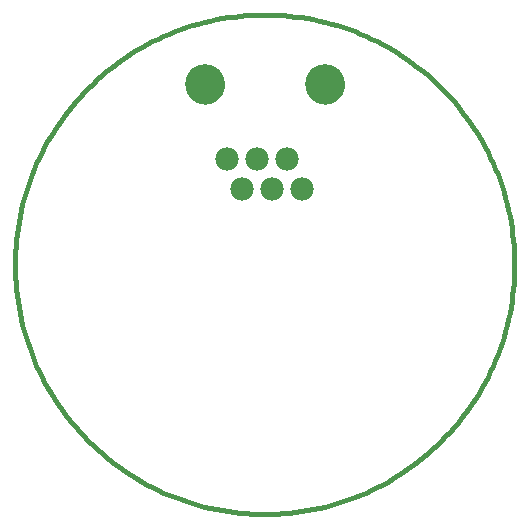
<source format=gbs>
G75*
%MOIN*%
%OFA0B0*%
%FSLAX25Y25*%
%IPPOS*%
%LPD*%
%AMOC8*
5,1,8,0,0,1.08239X$1,22.5*
%
%ADD10C,0.01600*%
%ADD11C,0.07800*%
%ADD12C,0.00000*%
%ADD13C,0.13200*%
D10*
X0001800Y0085017D02*
X0001825Y0087059D01*
X0001900Y0089100D01*
X0002025Y0091139D01*
X0002201Y0093174D01*
X0002426Y0095204D01*
X0002701Y0097227D01*
X0003025Y0099244D01*
X0003399Y0101252D01*
X0003822Y0103250D01*
X0004294Y0105237D01*
X0004814Y0107212D01*
X0005383Y0109174D01*
X0006000Y0111121D01*
X0006665Y0113052D01*
X0007376Y0114966D01*
X0008135Y0116863D01*
X0008939Y0118740D01*
X0009790Y0120597D01*
X0010686Y0122432D01*
X0011626Y0124245D01*
X0012611Y0126035D01*
X0013639Y0127799D01*
X0014711Y0129538D01*
X0015825Y0131250D01*
X0016980Y0132934D01*
X0018176Y0134589D01*
X0019413Y0136215D01*
X0020689Y0137809D01*
X0022004Y0139372D01*
X0023357Y0140902D01*
X0024747Y0142398D01*
X0026174Y0143860D01*
X0027636Y0145287D01*
X0029132Y0146677D01*
X0030662Y0148030D01*
X0032225Y0149345D01*
X0033819Y0150621D01*
X0035445Y0151858D01*
X0037100Y0153054D01*
X0038784Y0154209D01*
X0040496Y0155323D01*
X0042235Y0156395D01*
X0043999Y0157423D01*
X0045789Y0158408D01*
X0047602Y0159348D01*
X0049437Y0160244D01*
X0051294Y0161095D01*
X0053171Y0161899D01*
X0055068Y0162658D01*
X0056982Y0163369D01*
X0058913Y0164034D01*
X0060860Y0164651D01*
X0062822Y0165220D01*
X0064797Y0165740D01*
X0066784Y0166212D01*
X0068782Y0166635D01*
X0070790Y0167009D01*
X0072807Y0167333D01*
X0074830Y0167608D01*
X0076860Y0167833D01*
X0078895Y0168009D01*
X0080934Y0168134D01*
X0082975Y0168209D01*
X0085017Y0168234D01*
X0087059Y0168209D01*
X0089100Y0168134D01*
X0091139Y0168009D01*
X0093174Y0167833D01*
X0095204Y0167608D01*
X0097227Y0167333D01*
X0099244Y0167009D01*
X0101252Y0166635D01*
X0103250Y0166212D01*
X0105237Y0165740D01*
X0107212Y0165220D01*
X0109174Y0164651D01*
X0111121Y0164034D01*
X0113052Y0163369D01*
X0114966Y0162658D01*
X0116863Y0161899D01*
X0118740Y0161095D01*
X0120597Y0160244D01*
X0122432Y0159348D01*
X0124245Y0158408D01*
X0126035Y0157423D01*
X0127799Y0156395D01*
X0129538Y0155323D01*
X0131250Y0154209D01*
X0132934Y0153054D01*
X0134589Y0151858D01*
X0136215Y0150621D01*
X0137809Y0149345D01*
X0139372Y0148030D01*
X0140902Y0146677D01*
X0142398Y0145287D01*
X0143860Y0143860D01*
X0145287Y0142398D01*
X0146677Y0140902D01*
X0148030Y0139372D01*
X0149345Y0137809D01*
X0150621Y0136215D01*
X0151858Y0134589D01*
X0153054Y0132934D01*
X0154209Y0131250D01*
X0155323Y0129538D01*
X0156395Y0127799D01*
X0157423Y0126035D01*
X0158408Y0124245D01*
X0159348Y0122432D01*
X0160244Y0120597D01*
X0161095Y0118740D01*
X0161899Y0116863D01*
X0162658Y0114966D01*
X0163369Y0113052D01*
X0164034Y0111121D01*
X0164651Y0109174D01*
X0165220Y0107212D01*
X0165740Y0105237D01*
X0166212Y0103250D01*
X0166635Y0101252D01*
X0167009Y0099244D01*
X0167333Y0097227D01*
X0167608Y0095204D01*
X0167833Y0093174D01*
X0168009Y0091139D01*
X0168134Y0089100D01*
X0168209Y0087059D01*
X0168234Y0085017D01*
X0168209Y0082975D01*
X0168134Y0080934D01*
X0168009Y0078895D01*
X0167833Y0076860D01*
X0167608Y0074830D01*
X0167333Y0072807D01*
X0167009Y0070790D01*
X0166635Y0068782D01*
X0166212Y0066784D01*
X0165740Y0064797D01*
X0165220Y0062822D01*
X0164651Y0060860D01*
X0164034Y0058913D01*
X0163369Y0056982D01*
X0162658Y0055068D01*
X0161899Y0053171D01*
X0161095Y0051294D01*
X0160244Y0049437D01*
X0159348Y0047602D01*
X0158408Y0045789D01*
X0157423Y0043999D01*
X0156395Y0042235D01*
X0155323Y0040496D01*
X0154209Y0038784D01*
X0153054Y0037100D01*
X0151858Y0035445D01*
X0150621Y0033819D01*
X0149345Y0032225D01*
X0148030Y0030662D01*
X0146677Y0029132D01*
X0145287Y0027636D01*
X0143860Y0026174D01*
X0142398Y0024747D01*
X0140902Y0023357D01*
X0139372Y0022004D01*
X0137809Y0020689D01*
X0136215Y0019413D01*
X0134589Y0018176D01*
X0132934Y0016980D01*
X0131250Y0015825D01*
X0129538Y0014711D01*
X0127799Y0013639D01*
X0126035Y0012611D01*
X0124245Y0011626D01*
X0122432Y0010686D01*
X0120597Y0009790D01*
X0118740Y0008939D01*
X0116863Y0008135D01*
X0114966Y0007376D01*
X0113052Y0006665D01*
X0111121Y0006000D01*
X0109174Y0005383D01*
X0107212Y0004814D01*
X0105237Y0004294D01*
X0103250Y0003822D01*
X0101252Y0003399D01*
X0099244Y0003025D01*
X0097227Y0002701D01*
X0095204Y0002426D01*
X0093174Y0002201D01*
X0091139Y0002025D01*
X0089100Y0001900D01*
X0087059Y0001825D01*
X0085017Y0001800D01*
X0082975Y0001825D01*
X0080934Y0001900D01*
X0078895Y0002025D01*
X0076860Y0002201D01*
X0074830Y0002426D01*
X0072807Y0002701D01*
X0070790Y0003025D01*
X0068782Y0003399D01*
X0066784Y0003822D01*
X0064797Y0004294D01*
X0062822Y0004814D01*
X0060860Y0005383D01*
X0058913Y0006000D01*
X0056982Y0006665D01*
X0055068Y0007376D01*
X0053171Y0008135D01*
X0051294Y0008939D01*
X0049437Y0009790D01*
X0047602Y0010686D01*
X0045789Y0011626D01*
X0043999Y0012611D01*
X0042235Y0013639D01*
X0040496Y0014711D01*
X0038784Y0015825D01*
X0037100Y0016980D01*
X0035445Y0018176D01*
X0033819Y0019413D01*
X0032225Y0020689D01*
X0030662Y0022004D01*
X0029132Y0023357D01*
X0027636Y0024747D01*
X0026174Y0026174D01*
X0024747Y0027636D01*
X0023357Y0029132D01*
X0022004Y0030662D01*
X0020689Y0032225D01*
X0019413Y0033819D01*
X0018176Y0035445D01*
X0016980Y0037100D01*
X0015825Y0038784D01*
X0014711Y0040496D01*
X0013639Y0042235D01*
X0012611Y0043999D01*
X0011626Y0045789D01*
X0010686Y0047602D01*
X0009790Y0049437D01*
X0008939Y0051294D01*
X0008135Y0053171D01*
X0007376Y0055068D01*
X0006665Y0056982D01*
X0006000Y0058913D01*
X0005383Y0060860D01*
X0004814Y0062822D01*
X0004294Y0064797D01*
X0003822Y0066784D01*
X0003399Y0068782D01*
X0003025Y0070790D01*
X0002701Y0072807D01*
X0002426Y0074830D01*
X0002201Y0076860D01*
X0002025Y0078895D01*
X0001900Y0080934D01*
X0001825Y0082975D01*
X0001800Y0085017D01*
D11*
X0072517Y0120017D03*
X0082517Y0120017D03*
X0092517Y0120017D03*
X0097517Y0110017D03*
X0087517Y0110017D03*
X0077517Y0110017D03*
D12*
X0058617Y0145017D02*
X0058619Y0145177D01*
X0058625Y0145336D01*
X0058635Y0145495D01*
X0058649Y0145654D01*
X0058667Y0145813D01*
X0058688Y0145971D01*
X0058714Y0146128D01*
X0058744Y0146285D01*
X0058777Y0146441D01*
X0058815Y0146596D01*
X0058856Y0146750D01*
X0058901Y0146903D01*
X0058950Y0147055D01*
X0059003Y0147206D01*
X0059059Y0147355D01*
X0059120Y0147503D01*
X0059183Y0147649D01*
X0059251Y0147794D01*
X0059322Y0147937D01*
X0059396Y0148078D01*
X0059474Y0148217D01*
X0059556Y0148354D01*
X0059641Y0148489D01*
X0059729Y0148622D01*
X0059821Y0148753D01*
X0059915Y0148881D01*
X0060013Y0149007D01*
X0060114Y0149131D01*
X0060218Y0149252D01*
X0060325Y0149370D01*
X0060435Y0149486D01*
X0060548Y0149599D01*
X0060664Y0149709D01*
X0060782Y0149816D01*
X0060903Y0149920D01*
X0061027Y0150021D01*
X0061153Y0150119D01*
X0061281Y0150213D01*
X0061412Y0150305D01*
X0061545Y0150393D01*
X0061680Y0150478D01*
X0061817Y0150560D01*
X0061956Y0150638D01*
X0062097Y0150712D01*
X0062240Y0150783D01*
X0062385Y0150851D01*
X0062531Y0150914D01*
X0062679Y0150975D01*
X0062828Y0151031D01*
X0062979Y0151084D01*
X0063131Y0151133D01*
X0063284Y0151178D01*
X0063438Y0151219D01*
X0063593Y0151257D01*
X0063749Y0151290D01*
X0063906Y0151320D01*
X0064063Y0151346D01*
X0064221Y0151367D01*
X0064380Y0151385D01*
X0064539Y0151399D01*
X0064698Y0151409D01*
X0064857Y0151415D01*
X0065017Y0151417D01*
X0065177Y0151415D01*
X0065336Y0151409D01*
X0065495Y0151399D01*
X0065654Y0151385D01*
X0065813Y0151367D01*
X0065971Y0151346D01*
X0066128Y0151320D01*
X0066285Y0151290D01*
X0066441Y0151257D01*
X0066596Y0151219D01*
X0066750Y0151178D01*
X0066903Y0151133D01*
X0067055Y0151084D01*
X0067206Y0151031D01*
X0067355Y0150975D01*
X0067503Y0150914D01*
X0067649Y0150851D01*
X0067794Y0150783D01*
X0067937Y0150712D01*
X0068078Y0150638D01*
X0068217Y0150560D01*
X0068354Y0150478D01*
X0068489Y0150393D01*
X0068622Y0150305D01*
X0068753Y0150213D01*
X0068881Y0150119D01*
X0069007Y0150021D01*
X0069131Y0149920D01*
X0069252Y0149816D01*
X0069370Y0149709D01*
X0069486Y0149599D01*
X0069599Y0149486D01*
X0069709Y0149370D01*
X0069816Y0149252D01*
X0069920Y0149131D01*
X0070021Y0149007D01*
X0070119Y0148881D01*
X0070213Y0148753D01*
X0070305Y0148622D01*
X0070393Y0148489D01*
X0070478Y0148354D01*
X0070560Y0148217D01*
X0070638Y0148078D01*
X0070712Y0147937D01*
X0070783Y0147794D01*
X0070851Y0147649D01*
X0070914Y0147503D01*
X0070975Y0147355D01*
X0071031Y0147206D01*
X0071084Y0147055D01*
X0071133Y0146903D01*
X0071178Y0146750D01*
X0071219Y0146596D01*
X0071257Y0146441D01*
X0071290Y0146285D01*
X0071320Y0146128D01*
X0071346Y0145971D01*
X0071367Y0145813D01*
X0071385Y0145654D01*
X0071399Y0145495D01*
X0071409Y0145336D01*
X0071415Y0145177D01*
X0071417Y0145017D01*
X0071415Y0144857D01*
X0071409Y0144698D01*
X0071399Y0144539D01*
X0071385Y0144380D01*
X0071367Y0144221D01*
X0071346Y0144063D01*
X0071320Y0143906D01*
X0071290Y0143749D01*
X0071257Y0143593D01*
X0071219Y0143438D01*
X0071178Y0143284D01*
X0071133Y0143131D01*
X0071084Y0142979D01*
X0071031Y0142828D01*
X0070975Y0142679D01*
X0070914Y0142531D01*
X0070851Y0142385D01*
X0070783Y0142240D01*
X0070712Y0142097D01*
X0070638Y0141956D01*
X0070560Y0141817D01*
X0070478Y0141680D01*
X0070393Y0141545D01*
X0070305Y0141412D01*
X0070213Y0141281D01*
X0070119Y0141153D01*
X0070021Y0141027D01*
X0069920Y0140903D01*
X0069816Y0140782D01*
X0069709Y0140664D01*
X0069599Y0140548D01*
X0069486Y0140435D01*
X0069370Y0140325D01*
X0069252Y0140218D01*
X0069131Y0140114D01*
X0069007Y0140013D01*
X0068881Y0139915D01*
X0068753Y0139821D01*
X0068622Y0139729D01*
X0068489Y0139641D01*
X0068354Y0139556D01*
X0068217Y0139474D01*
X0068078Y0139396D01*
X0067937Y0139322D01*
X0067794Y0139251D01*
X0067649Y0139183D01*
X0067503Y0139120D01*
X0067355Y0139059D01*
X0067206Y0139003D01*
X0067055Y0138950D01*
X0066903Y0138901D01*
X0066750Y0138856D01*
X0066596Y0138815D01*
X0066441Y0138777D01*
X0066285Y0138744D01*
X0066128Y0138714D01*
X0065971Y0138688D01*
X0065813Y0138667D01*
X0065654Y0138649D01*
X0065495Y0138635D01*
X0065336Y0138625D01*
X0065177Y0138619D01*
X0065017Y0138617D01*
X0064857Y0138619D01*
X0064698Y0138625D01*
X0064539Y0138635D01*
X0064380Y0138649D01*
X0064221Y0138667D01*
X0064063Y0138688D01*
X0063906Y0138714D01*
X0063749Y0138744D01*
X0063593Y0138777D01*
X0063438Y0138815D01*
X0063284Y0138856D01*
X0063131Y0138901D01*
X0062979Y0138950D01*
X0062828Y0139003D01*
X0062679Y0139059D01*
X0062531Y0139120D01*
X0062385Y0139183D01*
X0062240Y0139251D01*
X0062097Y0139322D01*
X0061956Y0139396D01*
X0061817Y0139474D01*
X0061680Y0139556D01*
X0061545Y0139641D01*
X0061412Y0139729D01*
X0061281Y0139821D01*
X0061153Y0139915D01*
X0061027Y0140013D01*
X0060903Y0140114D01*
X0060782Y0140218D01*
X0060664Y0140325D01*
X0060548Y0140435D01*
X0060435Y0140548D01*
X0060325Y0140664D01*
X0060218Y0140782D01*
X0060114Y0140903D01*
X0060013Y0141027D01*
X0059915Y0141153D01*
X0059821Y0141281D01*
X0059729Y0141412D01*
X0059641Y0141545D01*
X0059556Y0141680D01*
X0059474Y0141817D01*
X0059396Y0141956D01*
X0059322Y0142097D01*
X0059251Y0142240D01*
X0059183Y0142385D01*
X0059120Y0142531D01*
X0059059Y0142679D01*
X0059003Y0142828D01*
X0058950Y0142979D01*
X0058901Y0143131D01*
X0058856Y0143284D01*
X0058815Y0143438D01*
X0058777Y0143593D01*
X0058744Y0143749D01*
X0058714Y0143906D01*
X0058688Y0144063D01*
X0058667Y0144221D01*
X0058649Y0144380D01*
X0058635Y0144539D01*
X0058625Y0144698D01*
X0058619Y0144857D01*
X0058617Y0145017D01*
X0098617Y0145017D02*
X0098619Y0145177D01*
X0098625Y0145336D01*
X0098635Y0145495D01*
X0098649Y0145654D01*
X0098667Y0145813D01*
X0098688Y0145971D01*
X0098714Y0146128D01*
X0098744Y0146285D01*
X0098777Y0146441D01*
X0098815Y0146596D01*
X0098856Y0146750D01*
X0098901Y0146903D01*
X0098950Y0147055D01*
X0099003Y0147206D01*
X0099059Y0147355D01*
X0099120Y0147503D01*
X0099183Y0147649D01*
X0099251Y0147794D01*
X0099322Y0147937D01*
X0099396Y0148078D01*
X0099474Y0148217D01*
X0099556Y0148354D01*
X0099641Y0148489D01*
X0099729Y0148622D01*
X0099821Y0148753D01*
X0099915Y0148881D01*
X0100013Y0149007D01*
X0100114Y0149131D01*
X0100218Y0149252D01*
X0100325Y0149370D01*
X0100435Y0149486D01*
X0100548Y0149599D01*
X0100664Y0149709D01*
X0100782Y0149816D01*
X0100903Y0149920D01*
X0101027Y0150021D01*
X0101153Y0150119D01*
X0101281Y0150213D01*
X0101412Y0150305D01*
X0101545Y0150393D01*
X0101680Y0150478D01*
X0101817Y0150560D01*
X0101956Y0150638D01*
X0102097Y0150712D01*
X0102240Y0150783D01*
X0102385Y0150851D01*
X0102531Y0150914D01*
X0102679Y0150975D01*
X0102828Y0151031D01*
X0102979Y0151084D01*
X0103131Y0151133D01*
X0103284Y0151178D01*
X0103438Y0151219D01*
X0103593Y0151257D01*
X0103749Y0151290D01*
X0103906Y0151320D01*
X0104063Y0151346D01*
X0104221Y0151367D01*
X0104380Y0151385D01*
X0104539Y0151399D01*
X0104698Y0151409D01*
X0104857Y0151415D01*
X0105017Y0151417D01*
X0105177Y0151415D01*
X0105336Y0151409D01*
X0105495Y0151399D01*
X0105654Y0151385D01*
X0105813Y0151367D01*
X0105971Y0151346D01*
X0106128Y0151320D01*
X0106285Y0151290D01*
X0106441Y0151257D01*
X0106596Y0151219D01*
X0106750Y0151178D01*
X0106903Y0151133D01*
X0107055Y0151084D01*
X0107206Y0151031D01*
X0107355Y0150975D01*
X0107503Y0150914D01*
X0107649Y0150851D01*
X0107794Y0150783D01*
X0107937Y0150712D01*
X0108078Y0150638D01*
X0108217Y0150560D01*
X0108354Y0150478D01*
X0108489Y0150393D01*
X0108622Y0150305D01*
X0108753Y0150213D01*
X0108881Y0150119D01*
X0109007Y0150021D01*
X0109131Y0149920D01*
X0109252Y0149816D01*
X0109370Y0149709D01*
X0109486Y0149599D01*
X0109599Y0149486D01*
X0109709Y0149370D01*
X0109816Y0149252D01*
X0109920Y0149131D01*
X0110021Y0149007D01*
X0110119Y0148881D01*
X0110213Y0148753D01*
X0110305Y0148622D01*
X0110393Y0148489D01*
X0110478Y0148354D01*
X0110560Y0148217D01*
X0110638Y0148078D01*
X0110712Y0147937D01*
X0110783Y0147794D01*
X0110851Y0147649D01*
X0110914Y0147503D01*
X0110975Y0147355D01*
X0111031Y0147206D01*
X0111084Y0147055D01*
X0111133Y0146903D01*
X0111178Y0146750D01*
X0111219Y0146596D01*
X0111257Y0146441D01*
X0111290Y0146285D01*
X0111320Y0146128D01*
X0111346Y0145971D01*
X0111367Y0145813D01*
X0111385Y0145654D01*
X0111399Y0145495D01*
X0111409Y0145336D01*
X0111415Y0145177D01*
X0111417Y0145017D01*
X0111415Y0144857D01*
X0111409Y0144698D01*
X0111399Y0144539D01*
X0111385Y0144380D01*
X0111367Y0144221D01*
X0111346Y0144063D01*
X0111320Y0143906D01*
X0111290Y0143749D01*
X0111257Y0143593D01*
X0111219Y0143438D01*
X0111178Y0143284D01*
X0111133Y0143131D01*
X0111084Y0142979D01*
X0111031Y0142828D01*
X0110975Y0142679D01*
X0110914Y0142531D01*
X0110851Y0142385D01*
X0110783Y0142240D01*
X0110712Y0142097D01*
X0110638Y0141956D01*
X0110560Y0141817D01*
X0110478Y0141680D01*
X0110393Y0141545D01*
X0110305Y0141412D01*
X0110213Y0141281D01*
X0110119Y0141153D01*
X0110021Y0141027D01*
X0109920Y0140903D01*
X0109816Y0140782D01*
X0109709Y0140664D01*
X0109599Y0140548D01*
X0109486Y0140435D01*
X0109370Y0140325D01*
X0109252Y0140218D01*
X0109131Y0140114D01*
X0109007Y0140013D01*
X0108881Y0139915D01*
X0108753Y0139821D01*
X0108622Y0139729D01*
X0108489Y0139641D01*
X0108354Y0139556D01*
X0108217Y0139474D01*
X0108078Y0139396D01*
X0107937Y0139322D01*
X0107794Y0139251D01*
X0107649Y0139183D01*
X0107503Y0139120D01*
X0107355Y0139059D01*
X0107206Y0139003D01*
X0107055Y0138950D01*
X0106903Y0138901D01*
X0106750Y0138856D01*
X0106596Y0138815D01*
X0106441Y0138777D01*
X0106285Y0138744D01*
X0106128Y0138714D01*
X0105971Y0138688D01*
X0105813Y0138667D01*
X0105654Y0138649D01*
X0105495Y0138635D01*
X0105336Y0138625D01*
X0105177Y0138619D01*
X0105017Y0138617D01*
X0104857Y0138619D01*
X0104698Y0138625D01*
X0104539Y0138635D01*
X0104380Y0138649D01*
X0104221Y0138667D01*
X0104063Y0138688D01*
X0103906Y0138714D01*
X0103749Y0138744D01*
X0103593Y0138777D01*
X0103438Y0138815D01*
X0103284Y0138856D01*
X0103131Y0138901D01*
X0102979Y0138950D01*
X0102828Y0139003D01*
X0102679Y0139059D01*
X0102531Y0139120D01*
X0102385Y0139183D01*
X0102240Y0139251D01*
X0102097Y0139322D01*
X0101956Y0139396D01*
X0101817Y0139474D01*
X0101680Y0139556D01*
X0101545Y0139641D01*
X0101412Y0139729D01*
X0101281Y0139821D01*
X0101153Y0139915D01*
X0101027Y0140013D01*
X0100903Y0140114D01*
X0100782Y0140218D01*
X0100664Y0140325D01*
X0100548Y0140435D01*
X0100435Y0140548D01*
X0100325Y0140664D01*
X0100218Y0140782D01*
X0100114Y0140903D01*
X0100013Y0141027D01*
X0099915Y0141153D01*
X0099821Y0141281D01*
X0099729Y0141412D01*
X0099641Y0141545D01*
X0099556Y0141680D01*
X0099474Y0141817D01*
X0099396Y0141956D01*
X0099322Y0142097D01*
X0099251Y0142240D01*
X0099183Y0142385D01*
X0099120Y0142531D01*
X0099059Y0142679D01*
X0099003Y0142828D01*
X0098950Y0142979D01*
X0098901Y0143131D01*
X0098856Y0143284D01*
X0098815Y0143438D01*
X0098777Y0143593D01*
X0098744Y0143749D01*
X0098714Y0143906D01*
X0098688Y0144063D01*
X0098667Y0144221D01*
X0098649Y0144380D01*
X0098635Y0144539D01*
X0098625Y0144698D01*
X0098619Y0144857D01*
X0098617Y0145017D01*
D13*
X0105017Y0145017D03*
X0065017Y0145017D03*
M02*

</source>
